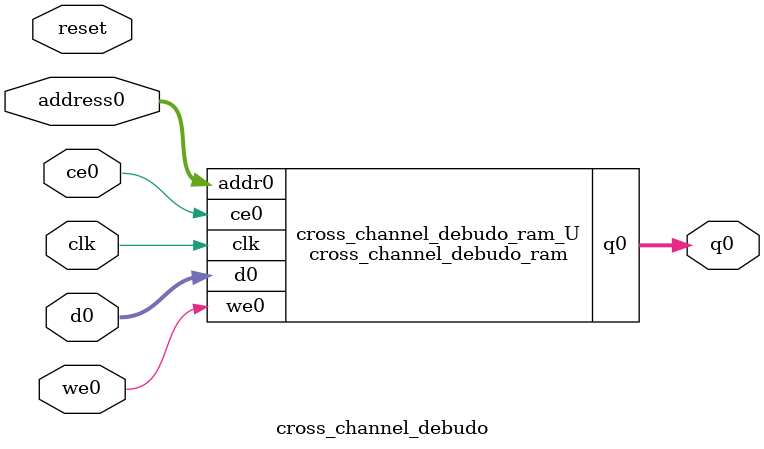
<source format=v>
`timescale 1 ns / 1 ps
module cross_channel_debudo_ram (addr0, ce0, d0, we0, q0,  clk);

parameter DWIDTH = 8;
parameter AWIDTH = 14;
parameter MEM_SIZE = 16384;

input[AWIDTH-1:0] addr0;
input ce0;
input[DWIDTH-1:0] d0;
input we0;
output reg[DWIDTH-1:0] q0;
input clk;

(* ram_style = "block" *)reg [DWIDTH-1:0] ram[0:MEM_SIZE-1];




always @(posedge clk)  
begin 
    if (ce0) begin
        if (we0) 
            ram[addr0] <= d0; 
        q0 <= ram[addr0];
    end
end


endmodule

`timescale 1 ns / 1 ps
module cross_channel_debudo(
    reset,
    clk,
    address0,
    ce0,
    we0,
    d0,
    q0);

parameter DataWidth = 32'd8;
parameter AddressRange = 32'd16384;
parameter AddressWidth = 32'd14;
input reset;
input clk;
input[AddressWidth - 1:0] address0;
input ce0;
input we0;
input[DataWidth - 1:0] d0;
output[DataWidth - 1:0] q0;



cross_channel_debudo_ram cross_channel_debudo_ram_U(
    .clk( clk ),
    .addr0( address0 ),
    .ce0( ce0 ),
    .we0( we0 ),
    .d0( d0 ),
    .q0( q0 ));

endmodule


</source>
